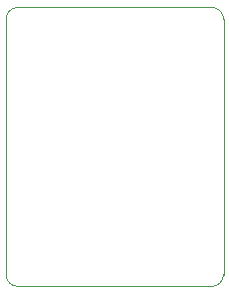
<source format=gbr>
%TF.GenerationSoftware,KiCad,Pcbnew,7.0.9*%
%TF.CreationDate,2024-03-17T18:44:57-07:00*%
%TF.ProjectId,ESP32S3_Board,45535033-3253-4335-9f42-6f6172642e6b,rev?*%
%TF.SameCoordinates,Original*%
%TF.FileFunction,Profile,NP*%
%FSLAX46Y46*%
G04 Gerber Fmt 4.6, Leading zero omitted, Abs format (unit mm)*
G04 Created by KiCad (PCBNEW 7.0.9) date 2024-03-17 18:44:57*
%MOMM*%
%LPD*%
G01*
G04 APERTURE LIST*
%TA.AperFunction,Profile*%
%ADD10C,0.100000*%
%TD*%
G04 APERTURE END LIST*
D10*
X137525000Y-100330000D02*
X153940000Y-100330000D01*
X154940000Y-77708000D02*
G75*
G03*
X153940000Y-76708000I-1000000J0D01*
G01*
X153940000Y-76708000D02*
X137525000Y-76708000D01*
X154940000Y-99330000D02*
X154940000Y-77708000D01*
X136525000Y-77708000D02*
X136525000Y-99330000D01*
X153940000Y-100330000D02*
G75*
G03*
X154940000Y-99330000I0J1000000D01*
G01*
X136525000Y-99330000D02*
G75*
G03*
X137525000Y-100330000I1000000J0D01*
G01*
X137525000Y-76708000D02*
G75*
G03*
X136525000Y-77708000I0J-1000000D01*
G01*
M02*

</source>
